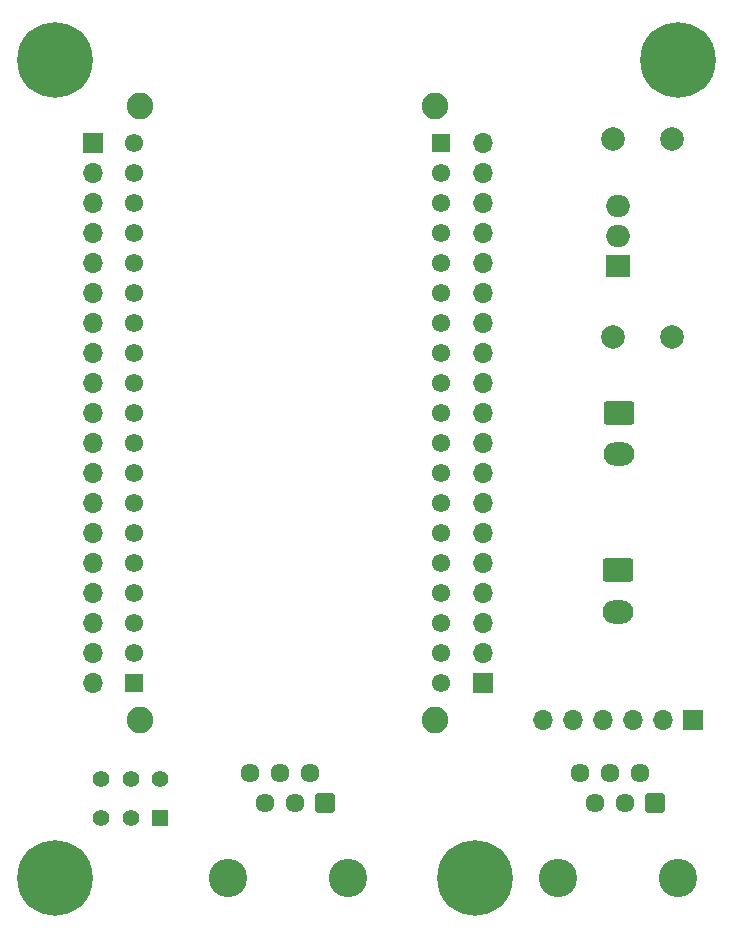
<source format=gbs>
G04 #@! TF.GenerationSoftware,KiCad,Pcbnew,7.0.10*
G04 #@! TF.CreationDate,2024-04-02T13:30:28+02:00*
G04 #@! TF.ProjectId,carte pami,63617274-6520-4706-916d-692e6b696361,rev?*
G04 #@! TF.SameCoordinates,Original*
G04 #@! TF.FileFunction,Soldermask,Bot*
G04 #@! TF.FilePolarity,Negative*
%FSLAX46Y46*%
G04 Gerber Fmt 4.6, Leading zero omitted, Abs format (unit mm)*
G04 Created by KiCad (PCBNEW 7.0.10) date 2024-04-02 13:30:28*
%MOMM*%
%LPD*%
G01*
G04 APERTURE LIST*
G04 Aperture macros list*
%AMRoundRect*
0 Rectangle with rounded corners*
0 $1 Rounding radius*
0 $2 $3 $4 $5 $6 $7 $8 $9 X,Y pos of 4 corners*
0 Add a 4 corners polygon primitive as box body*
4,1,4,$2,$3,$4,$5,$6,$7,$8,$9,$2,$3,0*
0 Add four circle primitives for the rounded corners*
1,1,$1+$1,$2,$3*
1,1,$1+$1,$4,$5*
1,1,$1+$1,$6,$7*
1,1,$1+$1,$8,$9*
0 Add four rect primitives between the rounded corners*
20,1,$1+$1,$2,$3,$4,$5,0*
20,1,$1+$1,$4,$5,$6,$7,0*
20,1,$1+$1,$6,$7,$8,$9,0*
20,1,$1+$1,$8,$9,$2,$3,0*%
G04 Aperture macros list end*
%ADD10RoundRect,0.250000X-1.050000X0.750000X-1.050000X-0.750000X1.050000X-0.750000X1.050000X0.750000X0*%
%ADD11O,2.600000X2.000000*%
%ADD12C,6.400000*%
%ADD13R,1.700000X1.700000*%
%ADD14O,1.700000X1.700000*%
%ADD15C,3.250000*%
%ADD16RoundRect,0.102000X-0.704000X0.704000X-0.704000X-0.704000X0.704000X-0.704000X0.704000X0.704000X0*%
%ADD17C,1.612000*%
%ADD18C,2.000000*%
%ADD19C,2.250000*%
%ADD20RoundRect,0.102000X0.675000X0.675000X-0.675000X0.675000X-0.675000X-0.675000X0.675000X-0.675000X0*%
%ADD21C,1.554000*%
%ADD22R,1.400000X1.400000*%
%ADD23C,1.400000*%
%ADD24R,2.000000X1.905000*%
%ADD25O,2.000000X1.905000*%
G04 APERTURE END LIST*
D10*
X145415000Y-89535000D03*
D11*
X145415000Y-93035000D03*
D12*
X150495000Y-46355000D03*
D13*
X151765000Y-102235000D03*
D14*
X149225000Y-102235000D03*
X146685000Y-102235000D03*
X144145000Y-102235000D03*
X141605000Y-102235000D03*
X139065000Y-102235000D03*
D13*
X100965000Y-53340000D03*
D14*
X100965000Y-55880000D03*
X100965000Y-58420000D03*
X100965000Y-60960000D03*
X100965000Y-63500000D03*
X100965000Y-66040000D03*
X100965000Y-68580000D03*
X100965000Y-71120000D03*
X100965000Y-73660000D03*
X100965000Y-76200000D03*
X100965000Y-78740000D03*
X100965000Y-81280000D03*
X100965000Y-83820000D03*
X100965000Y-86360000D03*
X100965000Y-88900000D03*
X100965000Y-91440000D03*
X100965000Y-93980000D03*
X100965000Y-96520000D03*
X100965000Y-99060000D03*
D15*
X122555000Y-115580000D03*
X112395000Y-115580000D03*
D16*
X120645000Y-109220000D03*
D17*
X119375000Y-106680000D03*
X118105000Y-109220000D03*
X116835000Y-106680000D03*
X115565000Y-109220000D03*
X114295000Y-106680000D03*
D18*
X150000000Y-69750000D03*
X145000000Y-69750000D03*
D12*
X97790000Y-46355000D03*
D15*
X150495000Y-115570000D03*
X140335000Y-115570000D03*
D16*
X148585000Y-109210000D03*
D17*
X147315000Y-106670000D03*
X146045000Y-109210000D03*
X144775000Y-106670000D03*
X143505000Y-109210000D03*
X142235000Y-106670000D03*
D10*
X145515000Y-76205000D03*
D11*
X145515000Y-79705000D03*
D19*
X129975000Y-102200000D03*
X129975000Y-50200000D03*
X104975000Y-102200000D03*
X104975000Y-50200000D03*
D20*
X104475000Y-99060000D03*
D21*
X104475000Y-96520000D03*
X104475000Y-93980000D03*
X104475000Y-91440000D03*
X104475000Y-88900000D03*
X104475000Y-86360000D03*
X104475000Y-83820000D03*
X104475000Y-81280000D03*
X104475000Y-78740000D03*
X104475000Y-76200000D03*
X104475000Y-73660000D03*
X104475000Y-71120000D03*
X104475000Y-68580000D03*
X104475000Y-66040000D03*
X104475000Y-63500000D03*
X104475000Y-60960000D03*
X104475000Y-58420000D03*
X104475000Y-55880000D03*
X104475000Y-53340000D03*
D20*
X130475000Y-53340000D03*
D21*
X130475000Y-55880000D03*
X130475000Y-58420000D03*
X130475000Y-60960000D03*
X130475000Y-63500000D03*
X130475000Y-66040000D03*
X130475000Y-68580000D03*
X130475000Y-71120000D03*
X130475000Y-73660000D03*
X130475000Y-76200000D03*
X130475000Y-78740000D03*
X130475000Y-81280000D03*
X130475000Y-83820000D03*
X130475000Y-86360000D03*
X130475000Y-88900000D03*
X130475000Y-91440000D03*
X130475000Y-93980000D03*
X130475000Y-96520000D03*
X130475000Y-99060000D03*
D12*
X133350000Y-115570000D03*
D18*
X150000000Y-53000000D03*
X145000000Y-53000000D03*
D13*
X133985000Y-99060000D03*
D14*
X133985000Y-96520000D03*
X133985000Y-93980000D03*
X133985000Y-91440000D03*
X133985000Y-88900000D03*
X133985000Y-86360000D03*
X133985000Y-83820000D03*
X133985000Y-81280000D03*
X133985000Y-78740000D03*
X133985000Y-76200000D03*
X133985000Y-73660000D03*
X133985000Y-71120000D03*
X133985000Y-68580000D03*
X133985000Y-66040000D03*
X133985000Y-63500000D03*
X133985000Y-60960000D03*
X133985000Y-58420000D03*
X133985000Y-55880000D03*
X133985000Y-53340000D03*
D22*
X106680000Y-110490000D03*
D23*
X104180000Y-110490000D03*
X101680000Y-110490000D03*
X106680000Y-107190000D03*
X104180000Y-107190000D03*
X101680000Y-107190000D03*
D24*
X145445000Y-63790000D03*
D25*
X145445000Y-61250000D03*
X145445000Y-58710000D03*
D12*
X97790000Y-115570000D03*
M02*

</source>
